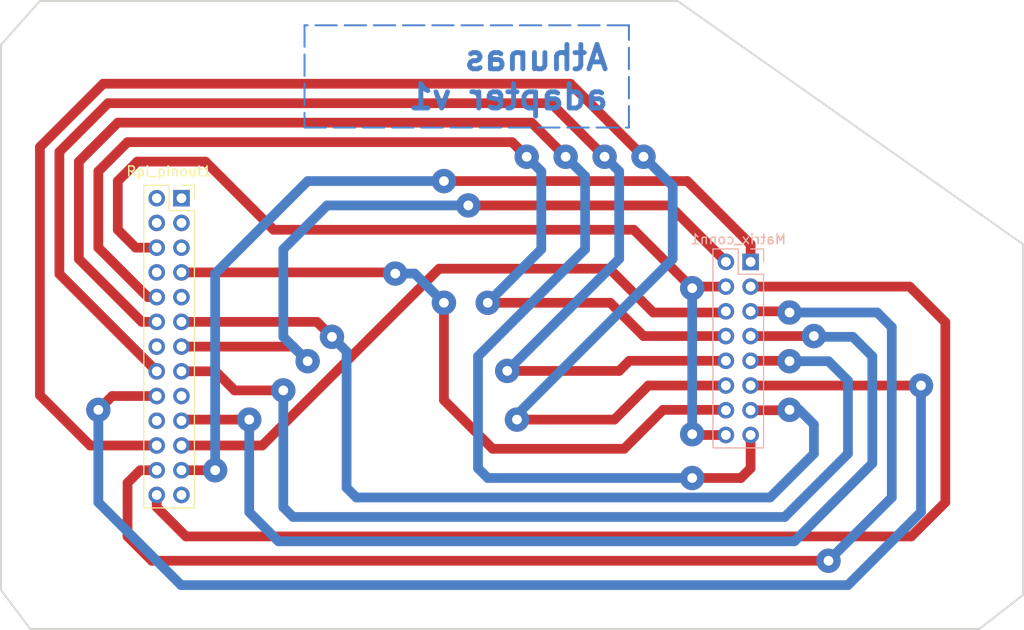
<source format=kicad_pcb>
(kicad_pcb (version 20240108) (generator "pcbnew") (generator_version "8.0")
  (title_block (title "Raspberry pi adapter") (date "2024-07-13") (company "DeVinci Fablab"))
  (layers (0 "F.Cu" signal) (31 "B.Cu" signal) (34 "B.Paste" user) (35 "F.Paste" user) (36 "B.SilkS" user "B.Silkscreen") (37 "F.SilkS" user "F.Silkscreen") (38 "B.Mask" user) (39 "F.Mask" user) (44 "Edge.Cuts" user))
  (net 0 "")
  (net 1 "Net-(Matrix_conn1-Pin_6)")
  (net 2 "Net-(Matrix_conn1-Pin_8)")
  (net 3 "Net-(Matrix_conn1-Pin_16)")
  (net 4 "Net-(Matrix_conn1-Pin_15)")
  (net 5 "Net-(Matrix_conn1-Pin_3)")
  (net 6 "Net-(Matrix_conn1-Pin_7)")
  (net 7 "Net-(Matrix_conn1-Pin_5)")
  (net 8 "Net-(Matrix_conn1-Pin_13)")
  (net 9 "Net-(Matrix_conn1-Pin_9)")
  (net 10 "Net-(Matrix_conn1-Pin_12)")
  (net 11 "Net-(Matrix_conn1-Pin_2)")
  (net 12 "Net-(Matrix_conn1-Pin_1)")
  (net 13 "Net-(Matrix_conn1-Pin_11)")
  (net 14 "Net-(Matrix_conn1-Pin_10)")
  (net 15 "Net-(Matrix_conn1-Pin_14)")
  (footprint "Connector_PinSocket_2.54mm:PinSocket_2x13_P2.54mm_Vertical" (layer "F.Cu") (at 72.54 50.34)
    (property "Reference" "Rpi_pinout1" (at -1.27 -2.77 0) (layer "F.SilkS"))
    (property "Value" "Conn_02x13_Odd_Even")
    (fp_line (start -3.87 -1.33) (end -3.87 31.81) (stroke (width 0.12)) (layer "F.SilkS"))
    (fp_line (start -3.87 -1.33) (end -1.27 -1.33) (stroke (width 0.12)) (layer "F.SilkS"))
    (fp_line (start -3.87 31.81) (end 1.33 31.81) (stroke (width 0.12)) (layer "F.SilkS"))
    (fp_line (start -1.27 -1.33) (end -1.27 1.27) (stroke (width 0.12)) (layer "F.SilkS"))
    (fp_line (start -1.27 1.27) (end 1.33 1.27) (stroke (width 0.12)) (layer "F.SilkS"))
    (fp_line (start 0 -1.33) (end 1.33 -1.33) (stroke (width 0.12)) (layer "F.SilkS"))
    (fp_line (start 1.33 -1.33) (end 1.33 0) (stroke (width 0.12)) (layer "F.SilkS"))
    (fp_line (start 1.33 1.27) (end 1.33 31.81) (stroke (width 0.12)) (layer "F.SilkS"))
    (pad "1" thru_hole rect (at 0 0) (size 1.7 1.7) (drill 1) (layers "*.Cu" "*.Mask"))
    (pad "2" thru_hole oval (at -2.54 0) (size 1.7 1.7) (drill 1) (layers "*.Cu" "*.Mask"))
    (pad "3" thru_hole oval (at 0 2.54) (size 1.7 1.7) (drill 1) (layers "*.Cu" "*.Mask"))
    (pad "4" thru_hole oval (at -2.54 2.54) (size 1.7 1.7) (drill 1) (layers "*.Cu" "*.Mask"))
    (pad "5" thru_hole oval (at 0 5.08) (size 1.7 1.7) (drill 1) (layers "*.Cu" "*.Mask"))
    (pad "6" thru_hole oval (at -2.54 5.08) (size 1.7 1.7) (drill 1) (layers "*.Cu" "*.Mask") (net 3 "Net-(Matrix_conn1-Pin_16)"))
    (pad "7" thru_hole oval (at 0 7.62) (size 1.7 1.7) (drill 1) (layers "*.Cu" "*.Mask") (net 15 "Net-(Matrix_conn1-Pin_14)"))
    (pad "8" thru_hole oval (at -2.54 7.62) (size 1.7 1.7) (drill 1) (layers "*.Cu" "*.Mask"))
    (pad "9" thru_hole oval (at 0 10.16) (size 1.7 1.7) (drill 1) (layers "*.Cu" "*.Mask"))
    (pad "10" thru_hole oval (at -2.54 10.16) (size 1.7 1.7) (drill 1) (layers "*.Cu" "*.Mask") (net 2 "Net-(Matrix_conn1-Pin_8)"))
    (pad "11" thru_hole oval (at 0 12.7) (size 1.7 1.7) (drill 1) (layers "*.Cu" "*.Mask") (net 8 "Net-(Matrix_conn1-Pin_13)"))
    (pad "12" thru_hole oval (at -2.54 12.7) (size 1.7 1.7) (drill 1) (layers "*.Cu" "*.Mask") (net 4 "Net-(Matrix_conn1-Pin_15)"))
    (pad "13" thru_hole oval (at 0 15.24) (size 1.7 1.7) (drill 1) (layers "*.Cu" "*.Mask") (net 11 "Net-(Matrix_conn1-Pin_2)"))
    (pad "14" thru_hole oval (at -2.54 15.24) (size 1.7 1.7) (drill 1) (layers "*.Cu" "*.Mask"))
    (pad "15" thru_hole oval (at 0 17.78) (size 1.7 1.7) (drill 1) (layers "*.Cu" "*.Mask") (net 9 "Net-(Matrix_conn1-Pin_9)"))
    (pad "16" thru_hole oval (at -2.54 17.78) (size 1.7 1.7) (drill 1) (layers "*.Cu" "*.Mask") (net 14 "Net-(Matrix_conn1-Pin_10)"))
    (pad "17" thru_hole oval (at 0 20.32) (size 1.7 1.7) (drill 1) (layers "*.Cu" "*.Mask"))
    (pad "18" thru_hole oval (at -2.54 20.32) (size 1.7 1.7) (drill 1) (layers "*.Cu" "*.Mask") (net 13 "Net-(Matrix_conn1-Pin_11)"))
    (pad "19" thru_hole oval (at 0 22.86) (size 1.7 1.7) (drill 1) (layers "*.Cu" "*.Mask") (net 6 "Net-(Matrix_conn1-Pin_7)"))
    (pad "20" thru_hole oval (at -2.54 22.86) (size 1.7 1.7) (drill 1) (layers "*.Cu" "*.Mask"))
    (pad "21" thru_hole oval (at 0 25.4) (size 1.7 1.7) (drill 1) (layers "*.Cu" "*.Mask") (net 1 "Net-(Matrix_conn1-Pin_6)"))
    (pad "22" thru_hole oval (at -2.54 25.4) (size 1.7 1.7) (drill 1) (layers "*.Cu" "*.Mask") (net 10 "Net-(Matrix_conn1-Pin_12)"))
    (pad "23" thru_hole oval (at 0 27.94) (size 1.7 1.7) (drill 1) (layers "*.Cu" "*.Mask") (net 12 "Net-(Matrix_conn1-Pin_1)"))
    (pad "24" thru_hole oval (at -2.54 27.94) (size 1.7 1.7) (drill 1) (layers "*.Cu" "*.Mask") (net 7 "Net-(Matrix_conn1-Pin_5)"))
    (pad "25" thru_hole oval (at 0 30.48) (size 1.7 1.7) (drill 1) (layers "*.Cu" "*.Mask"))
    (pad "26" thru_hole oval (at -2.54 30.48) (size 1.7 1.7) (drill 1) (layers "*.Cu" "*.Mask") (net 5 "Net-(Matrix_conn1-Pin_3)"))
  )
  (footprint "Connector_PinHeader_2.54mm:PinHeader_2x08_P2.54mm_Vertical" (layer "B.Cu") (at 131 56.88 180)
    (property "Reference" "Matrix_conn1" (at 1.27 2.33 0) (layer "B.SilkS") (effects (justify mirror)))
    (property "Value" "Conn_02x08_Odd_Even")
    (fp_line (start 3.87 1.33) (end 1.27 1.33) (stroke (width 0.12)) (layer "B.SilkS"))
    (fp_line (start 3.87 -19.11) (end 3.87 1.33) (stroke (width 0.12)) (layer "B.SilkS"))
    (fp_line (start 3.87 -19.11) (end -1.33 -19.11) (stroke (width 0.12)) (layer "B.SilkS"))
    (fp_line (start 1.27 1.33) (end 1.27 -1.27) (stroke (width 0.12)) (layer "B.SilkS"))
    (fp_line (start 1.27 -1.27) (end -1.33 -1.27) (stroke (width 0.12)) (layer "B.SilkS"))
    (fp_line (start 0 1.33) (end -1.33 1.33) (stroke (width 0.12)) (layer "B.SilkS"))
    (fp_line (start -1.33 1.33) (end -1.33 0) (stroke (width 0.12)) (layer "B.SilkS"))
    (fp_line (start -1.33 -19.11) (end -1.33 -1.27) (stroke (width 0.12)) (layer "B.SilkS"))
    (pad "1" thru_hole rect (at 0 0 180) (size 1.7 1.7) (drill 1) (layers "*.Cu" "*.Mask") (net 12 "Net-(Matrix_conn1-Pin_1)"))
    (pad "2" thru_hole oval (at 2.54 0 180) (size 1.7 1.7) (drill 1) (layers "*.Cu" "*.Mask") (net 11 "Net-(Matrix_conn1-Pin_2)"))
    (pad "3" thru_hole oval (at 0 -2.54 180) (size 1.7 1.7) (drill 1) (layers "*.Cu" "*.Mask") (net 5 "Net-(Matrix_conn1-Pin_3)"))
    (pad "4" thru_hole oval (at 2.54 -2.54 180) (size 1.7 1.7) (drill 1) (layers "*.Cu" "*.Mask") (net 3 "Net-(Matrix_conn1-Pin_16)"))
    (pad "5" thru_hole oval (at 0 -5.08 180) (size 1.7 1.7) (drill 1) (layers "*.Cu" "*.Mask") (net 7 "Net-(Matrix_conn1-Pin_5)"))
    (pad "6" thru_hole oval (at 2.54 -5.08 180) (size 1.7 1.7) (drill 1) (layers "*.Cu" "*.Mask") (net 1 "Net-(Matrix_conn1-Pin_6)"))
    (pad "7" thru_hole oval (at 0 -7.62 180) (size 1.7 1.7) (drill 1) (layers "*.Cu" "*.Mask") (net 6 "Net-(Matrix_conn1-Pin_7)"))
    (pad "8" thru_hole oval (at 2.54 -7.62 180) (size 1.7 1.7) (drill 1) (layers "*.Cu" "*.Mask") (net 2 "Net-(Matrix_conn1-Pin_8)"))
    (pad "9" thru_hole oval (at 0 -10.16 180) (size 1.7 1.7) (drill 1) (layers "*.Cu" "*.Mask") (net 9 "Net-(Matrix_conn1-Pin_9)"))
    (pad "10" thru_hole oval (at 2.54 -10.16 180) (size 1.7 1.7) (drill 1) (layers "*.Cu" "*.Mask") (net 14 "Net-(Matrix_conn1-Pin_10)"))
    (pad "11" thru_hole oval (at 0 -12.7 180) (size 1.7 1.7) (drill 1) (layers "*.Cu" "*.Mask") (net 13 "Net-(Matrix_conn1-Pin_11)"))
    (pad "12" thru_hole oval (at 2.54 -12.7 180) (size 1.7 1.7) (drill 1) (layers "*.Cu" "*.Mask") (net 10 "Net-(Matrix_conn1-Pin_12)"))
    (pad "13" thru_hole oval (at 0 -15.24 180) (size 1.7 1.7) (drill 1) (layers "*.Cu" "*.Mask") (net 8 "Net-(Matrix_conn1-Pin_13)"))
    (pad "14" thru_hole oval (at 2.54 -15.24 180) (size 1.7 1.7) (drill 1) (layers "*.Cu" "*.Mask") (net 15 "Net-(Matrix_conn1-Pin_14)"))
    (pad "15" thru_hole oval (at 0 -17.78 180) (size 1.7 1.7) (drill 1) (layers "*.Cu" "*.Mask") (net 4 "Net-(Matrix_conn1-Pin_15)"))
    (pad "16" thru_hole oval (at 2.54 -17.78 180) (size 1.7 1.7) (drill 1) (layers "*.Cu" "*.Mask") (net 3 "Net-(Matrix_conn1-Pin_16)"))
  )
  (gr_poly (pts (xy 54 90.58) (xy 57 94.58) (xy 154.5 94.58) (xy 159 91.08) (xy 159 55.08) (xy 123.5 30.08) (xy 58 30.08) (xy 54 34.58)) (stroke (width 0.2)) (fill none) (layer "Edge.Cuts"))
  (gr_text_box "Athunas\nadapter v1" (start 118.5 32.58) (end 85.1792 43.08) (layer "B.Cu") (effects (font (size 2.5 2.5) (thickness 0.5) (bold yes)) (justify left top mirror)) (border yes) (stroke (width 0.2) (type dash)))
  (segment (start 116.5 57.58) (end 121 62.08) (width 1) (layer "F.Cu") (net 1))
  (segment (start 80.84 75.74) (end 99 57.58) (width 1) (layer "F.Cu") (net 1))
  (segment (start 72.54 75.74) (end 80.84 75.74) (width 1) (layer "F.Cu") (net 1))
  (segment (start 128.34 62.08) (end 128.46 61.96) (width 1) (layer "F.Cu") (net 1))
  (segment (start 99 57.58) (end 113 57.58) (width 1) (layer "F.Cu") (net 1))
  (segment (start 121 62.08) (end 128.34 62.08) (width 1) (layer "F.Cu") (net 1))
  (segment (start 113 57.58) (end 116.5 57.58) (width 1) (layer "F.Cu") (net 1))
  (segment (start 64 47.58) (end 64 55.42) (width 1) (layer "F.Cu") (net 2))
  (segment (start 106.5 44.58) (end 67 44.58) (width 1) (layer "F.Cu") (net 2))
  (segment (start 69.08 60.5) (end 70 60.5) (width 1) (layer "F.Cu") (net 2))
  (segment (start 120 64.5) (end 128.46 64.5) (width 1) (layer "F.Cu") (net 2))
  (segment (start 108 46.08) (end 106.5 44.58) (width 1) (layer "F.Cu") (net 2))
  (segment (start 67 44.58) (end 64 47.58) (width 1) (layer "F.Cu") (net 2))
  (segment (start 104 61.08) (end 116.58 61.08) (width 1) (layer "F.Cu") (net 2))
  (segment (start 64 55.42) (end 69.08 60.5) (width 1) (layer "F.Cu") (net 2))
  (segment (start 116.58 61.08) (end 120 64.5) (width 1) (layer "F.Cu") (net 2))
  (via (at 104 61.08) (size 2.5) (drill 1) (layers "F.Cu" "B.Cu") (net 2))
  (via (at 108 46.08) (size 2.5) (drill 1) (layers "F.Cu" "B.Cu") (net 2))
  (segment (start 109.5 47.58) (end 109.5 55.58) (width 1) (layer "B.Cu") (net 2))
  (segment (start 109.5 55.58) (end 104 61.08) (width 1) (layer "B.Cu") (net 2))
  (segment (start 108 46.08) (end 109.5 47.58) (width 1) (layer "B.Cu") (net 2))
  (segment (start 66 48.58) (end 68 46.58) (width 1) (layer "F.Cu") (net 3))
  (segment (start 82 53.58) (end 119 53.58) (width 1) (layer "F.Cu") (net 3))
  (segment (start 68 46.58) (end 75 46.58) (width 1) (layer "F.Cu") (net 3))
  (segment (start 66 53.58) (end 66 48.58) (width 1) (layer "F.Cu") (net 3))
  (segment (start 119 53.58) (end 125 59.58) (width 1) (layer "F.Cu") (net 3))
  (segment (start 67.84 55.42) (end 66 53.58) (width 1) (layer "F.Cu") (net 3))
  (segment (start 75 46.58) (end 82 53.58) (width 1) (layer "F.Cu") (net 3))
  (segment (start 128.46 74.66) (end 125.08 74.66) (width 1) (layer "F.Cu") (net 3))
  (segment (start 128.46 59.42) (end 125.16 59.42) (width 1) (layer "F.Cu") (net 3))
  (segment (start 125.08 74.66) (end 125 74.58) (width 1) (layer "F.Cu") (net 3))
  (segment (start 125.16 59.42) (end 125 59.58) (width 1) (layer "F.Cu") (net 3))
  (segment (start 70 55.42) (end 67.84 55.42) (width 1) (layer "F.Cu") (net 3))
  (via (at 125 74.58) (size 2.5) (drill 1) (layers "F.Cu" "B.Cu") (net 3))
  (via (at 125 59.58) (size 2.5) (drill 1) (layers "F.Cu" "B.Cu") (net 3))
  (segment (start 125 59.58) (end 125 74.58) (width 1) (layer "B.Cu") (net 3))
  (segment (start 108.5 42.58) (end 66 42.58) (width 1) (layer "F.Cu") (net 4))
  (segment (start 62 56.58) (end 68.46 63.04) (width 1) (layer "F.Cu") (net 4))
  (segment (start 68.46 63.04) (end 70 63.04) (width 1) (layer "F.Cu") (net 4))
  (segment (start 62 46.58) (end 62 56.58) (width 1) (layer "F.Cu") (net 4))
  (segment (start 131 74.66) (end 131 78.08) (width 1) (layer "F.Cu") (net 4))
  (segment (start 130 79.08) (end 125 79.08) (width 1) (layer "F.Cu") (net 4))
  (segment (start 112 46.08) (end 108.5 42.58) (width 1) (layer "F.Cu") (net 4))
  (segment (start 131 78.08) (end 130 79.08) (width 1) (layer "F.Cu") (net 4))
  (segment (start 66 42.58) (end 62 46.58) (width 1) (layer "F.Cu") (net 4))
  (via (at 112 46.08) (size 2.5) (drill 1) (layers "F.Cu" "B.Cu") (net 4))
  (via (at 125 79.08) (size 2.5) (drill 1) (layers "F.Cu" "B.Cu") (net 4))
  (segment (start 103 78.08) (end 104 79.08) (width 1) (layer "B.Cu") (net 4))
  (segment (start 112 46.08) (end 114 48.08) (width 1) (layer "B.Cu") (net 4))
  (segment (start 114 48.08) (end 114 55.58) (width 1) (layer "B.Cu") (net 4))
  (segment (start 103 66.58) (end 103 78.08) (width 1) (layer "B.Cu") (net 4))
  (segment (start 114 55.58) (end 103 66.58) (width 1) (layer "B.Cu") (net 4))
  (segment (start 104 79.08) (end 125 79.08) (width 1) (layer "B.Cu") (net 4))
  (segment (start 73 85.08) (end 147.5 85.08) (width 1) (layer "F.Cu") (net 5))
  (segment (start 151 63.08) (end 147.34 59.42) (width 1) (layer "F.Cu") (net 5))
  (segment (start 147.34 59.42) (end 131 59.42) (width 1) (layer "F.Cu") (net 5))
  (segment (start 70 82.08) (end 73 85.08) (width 1) (layer "F.Cu") (net 5))
  (segment (start 147.5 85.08) (end 151 81.58) (width 1) (layer "F.Cu") (net 5))
  (segment (start 151 81.58) (end 151 63.08) (width 1) (layer "F.Cu") (net 5))
  (segment (start 70 80.82) (end 70 82.08) (width 1) (layer "F.Cu") (net 5))
  (segment (start 72.66 73.08) (end 72.54 73.2) (width 1) (layer "F.Cu") (net 6))
  (segment (start 137.5 64.5) (end 131 64.5) (width 1) (layer "F.Cu") (net 6))
  (segment (start 79.5 73.08) (end 72.66 73.08) (width 1) (layer "F.Cu") (net 6))
  (via (at 137.5 64.5) (size 2.5) (drill 1) (layers "F.Cu" "B.Cu") (net 6))
  (via (at 79.5 73.08) (size 2.5) (drill 1) (layers "F.Cu" "B.Cu") (net 6))
  (segment (start 137.58 64.58) (end 137.5 64.5) (width 1) (layer "B.Cu") (net 6))
  (segment (start 79.5 82.58) (end 82.5 85.58) (width 1) (layer "B.Cu") (net 6))
  (segment (start 143.5 77.58) (end 143.5 66.58) (width 1) (layer "B.Cu") (net 6))
  (segment (start 79.5 73.08) (end 79.5 82.58) (width 1) (layer "B.Cu") (net 6))
  (segment (start 143.5 66.58) (end 141.5 64.58) (width 1) (layer "B.Cu") (net 6))
  (segment (start 82.5 85.58) (end 135.5 85.58) (width 1) (layer "B.Cu") (net 6))
  (segment (start 141.5 64.58) (end 137.58 64.58) (width 1) (layer "B.Cu") (net 6))
  (segment (start 135.5 85.58) (end 143.5 77.58) (width 1) (layer "B.Cu") (net 6))
  (segment (start 134.88 61.96) (end 135 62.08) (width 1) (layer "F.Cu") (net 7))
  (segment (start 67 85.08) (end 67 79.58) (width 1) (layer "F.Cu") (net 7))
  (segment (start 139 87.58) (end 69.5 87.58) (width 1) (layer "F.Cu") (net 7))
  (segment (start 67 79.58) (end 68.3 78.28) (width 1) (layer "F.Cu") (net 7))
  (segment (start 69.5 87.58) (end 67 85.08) (width 1) (layer "F.Cu") (net 7))
  (segment (start 131 61.96) (end 134.88 61.96) (width 1) (layer "F.Cu") (net 7))
  (segment (start 68.3 78.28) (end 70 78.28) (width 1) (layer "F.Cu") (net 7))
  (via (at 135 62.08) (size 2.5) (drill 1) (layers "F.Cu" "B.Cu") (net 7))
  (via (at 139 87.58) (size 2.5) (drill 1) (layers "F.Cu" "B.Cu") (net 7))
  (segment (start 139 87.58) (end 145.5 81.08) (width 1) (layer "B.Cu") (net 7))
  (segment (start 145.5 63.58) (end 144 62.08) (width 1) (layer "B.Cu") (net 7))
  (segment (start 144 62.08) (end 135 62.08) (width 1) (layer "B.Cu") (net 7))
  (segment (start 145.5 81.08) (end 145.5 63.58) (width 1) (layer "B.Cu") (net 7))
  (segment (start 88 64.58) (end 86.46 63.04) (width 1) (layer "F.Cu") (net 8))
  (segment (start 131 72.12) (end 134.96 72.12) (width 1) (layer "F.Cu") (net 8))
  (segment (start 86.46 63.04) (end 72.54 63.04) (width 1) (layer "F.Cu") (net 8))
  (segment (start 134.96 72.12) (end 135 72.08) (width 1) (layer "F.Cu") (net 8))
  (via (at 88 64.58) (size 2.5) (drill 1) (layers "F.Cu" "B.Cu") (net 8))
  (via (at 135 72.08) (size 2.5) (drill 1) (layers "F.Cu" "B.Cu") (net 8))
  (segment (start 136 72.08) (end 135 72.08) (width 1) (layer "B.Cu") (net 8))
  (segment (start 89.5 80.08) (end 90.5 81.08) (width 1) (layer "B.Cu") (net 8))
  (segment (start 137.5 73.58) (end 136 72.08) (width 1) (layer "B.Cu") (net 8))
  (segment (start 133 81.08) (end 137.5 76.58) (width 1) (layer "B.Cu") (net 8))
  (segment (start 89.5 66.08) (end 89.5 80.08) (width 1) (layer "B.Cu") (net 8))
  (segment (start 137.5 76.58) (end 137.5 73.58) (width 1) (layer "B.Cu") (net 8))
  (segment (start 90.5 81.08) (end 133 81.08) (width 1) (layer "B.Cu") (net 8))
  (segment (start 88 64.58) (end 89.5 66.08) (width 1) (layer "B.Cu") (net 8))
  (segment (start 76.04 68.12) (end 72.54 68.12) (width 1) (layer "F.Cu") (net 9))
  (segment (start 83 70.08) (end 78 70.08) (width 1) (layer "F.Cu") (net 9))
  (segment (start 134.96 67.04) (end 135 67.08) (width 1) (layer "F.Cu") (net 9))
  (segment (start 131 67.04) (end 134.96 67.04) (width 1) (layer "F.Cu") (net 9))
  (segment (start 78 70.08) (end 76.04 68.12) (width 1) (layer "F.Cu") (net 9))
  (via (at 83 70.08) (size 2.5) (drill 1) (layers "F.Cu" "B.Cu") (net 9))
  (via (at 135 67.08) (size 2.5) (drill 1) (layers "F.Cu" "B.Cu") (net 9))
  (segment (start 84 83.08) (end 134.5 83.08) (width 1) (layer "B.Cu") (net 9))
  (segment (start 83 82.08) (end 84 83.08) (width 1) (layer "B.Cu") (net 9))
  (segment (start 83 70.08) (end 83 82.08) (width 1) (layer "B.Cu") (net 9))
  (segment (start 139 67.08) (end 135 67.08) (width 1) (layer "B.Cu") (net 9))
  (segment (start 134.5 83.08) (end 141 76.58) (width 1) (layer "B.Cu") (net 9))
  (segment (start 141 76.58) (end 141 69.08) (width 1) (layer "B.Cu") (net 9))
  (segment (start 141 69.08) (end 139 67.08) (width 1) (layer "B.Cu") (net 9))
  (segment (start 107 73.08) (end 117 73.08) (width 1) (layer "F.Cu") (net 10))
  (segment (start 64.5 38.58) (end 58 45.08) (width 1) (layer "F.Cu") (net 10))
  (segment (start 112.5 38.58) (end 64.5 38.58) (width 1) (layer "F.Cu") (net 10))
  (segment (start 63.16 75.74) (end 70 75.74) (width 1) (layer "F.Cu") (net 10))
  (segment (start 58 70.58) (end 63.16 75.74) (width 1) (layer "F.Cu") (net 10))
  (segment (start 120.5 69.58) (end 117 73.08) (width 1) (layer "F.Cu") (net 10))
  (segment (start 128.46 69.58) (end 120.5 69.58) (width 1) (layer "F.Cu") (net 10))
  (segment (start 120 46.08) (end 112.5 38.58) (width 1) (layer "F.Cu") (net 10))
  (segment (start 58 45.08) (end 58 70.58) (width 1) (layer "F.Cu") (net 10))
  (via (at 120 46.08) (size 2.5) (drill 1) (layers "F.Cu" "B.Cu") (net 10))
  (via (at 107 73.08) (size 2.5) (drill 1) (layers "F.Cu" "B.Cu") (net 10))
  (segment (start 123 49.08) (end 123 56.58) (width 1) (layer "B.Cu") (net 10))
  (segment (start 123 56.58) (end 107 72.58) (width 1) (layer "B.Cu") (net 10))
  (segment (start 120 46.08) (end 123 49.08) (width 1) (layer "B.Cu") (net 10))
  (segment (start 107 72.58) (end 107 73.08) (width 1) (layer "B.Cu") (net 10))
  (segment (start 84 65.58) (end 72.54 65.58) (width 1) (layer "F.Cu") (net 11))
  (segment (start 85.5 67.08) (end 84 65.58) (width 1) (layer "F.Cu") (net 11))
  (segment (start 102 51.08) (end 122.66 51.08) (width 1) (layer "F.Cu") (net 11))
  (segment (start 122.66 51.08) (end 128.46 56.88) (width 1) (layer "F.Cu") (net 11))
  (via (at 85.5 67.08) (size 2.5) (drill 1) (layers "F.Cu" "B.Cu") (net 11))
  (via (at 102 51.08) (size 2.5) (drill 1) (layers "F.Cu" "B.Cu") (net 11))
  (segment (start 83 55.58) (end 83 64.58) (width 1) (layer "B.Cu") (net 11))
  (segment (start 83 64.58) (end 85.5 67.08) (width 1) (layer "B.Cu") (net 11))
  (segment (start 87.5 51.08) (end 83 55.58) (width 1) (layer "B.Cu") (net 11))
  (segment (start 102 51.08) (end 87.5 51.08) (width 1) (layer "B.Cu") (net 11))
  (segment (start 131 55.08) (end 131 56.88) (width 1) (layer "F.Cu") (net 12))
  (segment (start 99.5 48.58) (end 124.5 48.58) (width 1) (layer "F.Cu") (net 12))
  (segment (start 76 78.28) (end 72.54 78.28) (width 1) (layer "F.Cu") (net 12))
  (segment (start 124.5 48.58) (end 131 55.08) (width 1) (layer "F.Cu") (net 12))
  (via (at 99.5 48.58) (size 2.5) (drill 1) (layers "F.Cu" "B.Cu") (net 12))
  (via (at 76 78.28) (size 2.5) (drill 1) (layers "F.Cu" "B.Cu") (net 12))
  (segment (start 99.5 48.58) (end 85.5 48.58) (width 1) (layer "B.Cu") (net 12))
  (segment (start 85.5 48.58) (end 76 58.08) (width 1) (layer "B.Cu") (net 12))
  (segment (start 76 58.08) (end 76 78.28) (width 1) (layer "B.Cu") (net 12))
  (segment (start 70 70.66) (end 65.42 70.66) (width 1) (layer "F.Cu") (net 13))
  (segment (start 131 69.58) (end 148.5 69.58) (width 1) (layer "F.Cu") (net 13))
  (segment (start 65.42 70.66) (end 64 72.08) (width 1) (layer "F.Cu") (net 13))
  (via (at 148.5 69.58) (size 2.5) (drill 1) (layers "F.Cu" "B.Cu") (net 13))
  (via (at 64 72.08) (size 2.5) (drill 1) (layers "F.Cu" "B.Cu") (net 13))
  (segment (start 64 81.58) (end 72.5 90.08) (width 1) (layer "B.Cu") (net 13))
  (segment (start 64 72.08) (end 64 81.58) (width 1) (layer "B.Cu") (net 13))
  (segment (start 72.5 90.08) (end 141 90.08) (width 1) (layer "B.Cu") (net 13))
  (segment (start 141 90.08) (end 148.5 82.58) (width 1) (layer "B.Cu") (net 13))
  (segment (start 148.5 82.58) (end 148.5 69.58) (width 1) (layer "B.Cu") (net 13))
  (segment (start 60 45.58) (end 60 58.12) (width 1) (layer "F.Cu") (net 14))
  (segment (start 60 58.12) (end 70 68.12) (width 1) (layer "F.Cu") (net 14))
  (segment (start 117.5 68.08) (end 118.54 67.04) (width 1) (layer "F.Cu") (net 14))
  (segment (start 106 68.08) (end 117.5 68.08) (width 1) (layer "F.Cu") (net 14))
  (segment (start 110.5 40.58) (end 65 40.58) (width 1) (layer "F.Cu") (net 14))
  (segment (start 118.54 67.04) (end 128.46 67.04) (width 1) (layer "F.Cu") (net 14))
  (segment (start 65 40.58) (end 60 45.58) (width 1) (layer "F.Cu") (net 14))
  (segment (start 116 46.08) (end 110.5 40.58) (width 1) (layer "F.Cu") (net 14))
  (via (at 106 68.08) (size 2.5) (drill 1) (layers "F.Cu" "B.Cu") (net 14))
  (via (at 116 46.08) (size 2.5) (drill 1) (layers "F.Cu" "B.Cu") (net 14))
  (segment (start 117.5 47.58) (end 117.5 56.58) (width 1) (layer "B.Cu") (net 14))
  (segment (start 117.5 56.58) (end 106 68.08) (width 1) (layer "B.Cu") (net 14))
  (segment (start 116 46.08) (end 117.5 47.58) (width 1) (layer "B.Cu") (net 14))
  (segment (start 99.5 71.08) (end 99.5 61.08) (width 1) (layer "F.Cu") (net 15))
  (segment (start 128.46 72.12) (end 128.42 72.08) (width 1) (layer "F.Cu") (net 15))
  (segment (start 118 76.08) (end 104.5 76.08) (width 1) (layer "F.Cu") (net 15))
  (segment (start 104.5 76.08) (end 99.5 71.08) (width 1) (layer "F.Cu") (net 15))
  (segment (start 128.42 72.08) (end 122 72.08) (width 1) (layer "F.Cu") (net 15))
  (segment (start 122 72.08) (end 118 76.08) (width 1) (layer "F.Cu") (net 15))
  (segment (start 94.38 57.96) (end 72.54 57.96) (width 1) (layer "F.Cu") (net 15))
  (segment (start 94.5 58.08) (end 94.38 57.96) (width 1) (layer "F.Cu") (net 15))
  (via (at 99.5 61.08) (size 2.5) (drill 1) (layers "F.Cu" "B.Cu") (net 15))
  (via (at 94.5 58.08) (size 2.5) (drill 1) (layers "F.Cu" "B.Cu") (net 15))
  (segment (start 94.5 58.08) (end 96.5 58.08) (width 1) (layer "B.Cu") (net 15))
  (segment (start 96.5 58.08) (end 99.5 61.08) (width 1) (layer "B.Cu") (net 15))
)
</source>
